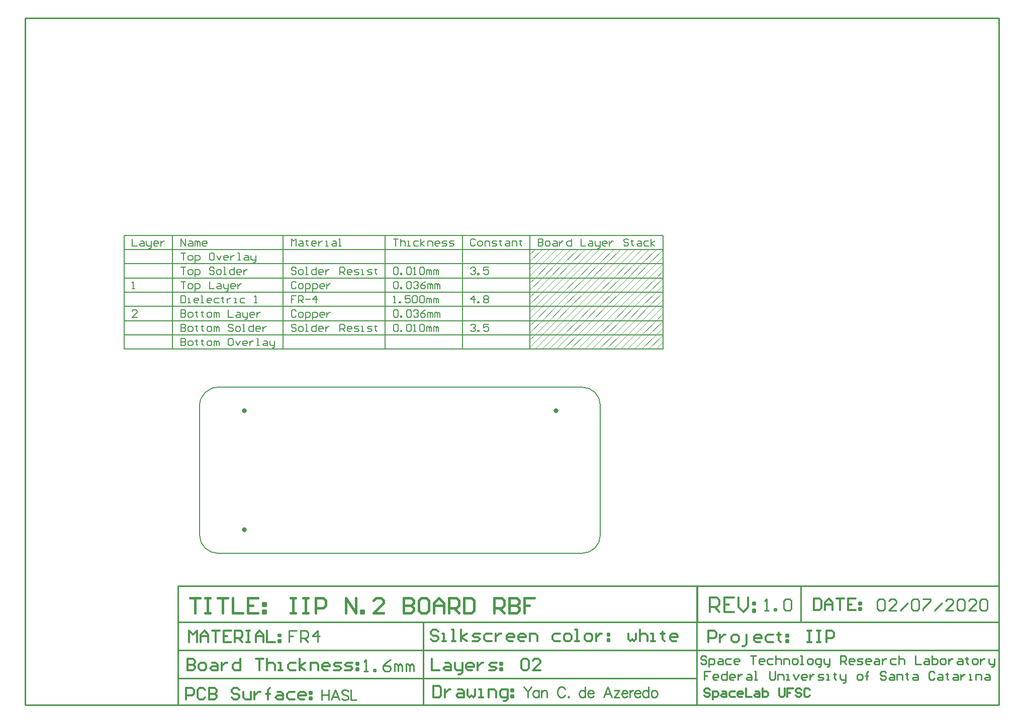
<source format=gtp>
G04*
G04 #@! TF.GenerationSoftware,Altium Limited,Altium Designer,20.2.6 (244)*
G04*
G04 Layer_Color=8421504*
%FSLAX25Y25*%
%MOIN*%
G70*
G04*
G04 #@! TF.SameCoordinates,BC087348-C804-4798-9038-869343D915B4*
G04*
G04*
G04 #@! TF.FilePolarity,Positive*
G04*
G01*
G75*
%ADD10C,0.00787*%
%ADD11C,0.01000*%
%ADD14C,0.00100*%
%ADD15C,0.01378*%
%ADD16C,0.01575*%
%ADD17C,0.01299*%
%ADD18C,0.03200*%
D10*
X0Y12067D02*
G03*
X12067Y0I12067J0D01*
G01*
X253681D02*
G03*
X265748Y12067I0J12067D01*
G01*
Y98264D02*
G03*
X253776Y110236I-11972J0D01*
G01*
X12359D02*
G03*
X0Y97877I0J-12359D01*
G01*
Y12067D02*
Y54331D01*
X12067Y0D02*
X253681D01*
X265748Y12067D02*
Y98264D01*
X12359Y110236D02*
X253776D01*
X0Y54331D02*
Y97877D01*
X-50128Y201648D02*
X307259D01*
X-50128Y211097D02*
X307259D01*
X-50128Y135506D02*
Y211097D01*
Y135506D02*
X-17851D01*
X-50128Y144955D02*
X-17851D01*
X-50128Y154404D02*
X-17851D01*
X-50128Y163853D02*
X-17851D01*
X-50128Y173302D02*
X-17851D01*
X-50128Y182751D02*
X-17851D01*
X-50128Y192199D02*
X-17851D01*
Y135506D02*
Y211097D01*
Y135506D02*
X55357D01*
X-17851Y144955D02*
X55357D01*
X-17851Y154404D02*
X55357D01*
X-17851Y163853D02*
X55357D01*
X-17851Y173302D02*
X55357D01*
X-17851Y182751D02*
X55357D01*
X-17851Y192199D02*
X55357D01*
Y135506D02*
Y211097D01*
Y135506D02*
X123055D01*
X55357Y144955D02*
X123055D01*
X55357Y154404D02*
X123055D01*
X55357Y163853D02*
X123055D01*
X55357Y173302D02*
X123055D01*
X55357Y182751D02*
X123055D01*
X55357Y192199D02*
X123055D01*
Y135506D02*
Y211097D01*
Y135506D02*
X174224D01*
X123055Y144955D02*
X174224D01*
X123055Y154404D02*
X174224D01*
X123055Y163853D02*
X174224D01*
X123055Y173302D02*
X174224D01*
X123055Y182751D02*
X174224D01*
X123055Y192199D02*
X174224D01*
Y135506D02*
Y211097D01*
Y135506D02*
X219094D01*
X174224Y144955D02*
X219094D01*
X174224Y154404D02*
X219094D01*
X174224Y163853D02*
X219094D01*
X174224Y173302D02*
X219094D01*
X174224Y182751D02*
X219094D01*
X174224Y192199D02*
X219094D01*
Y135506D02*
Y211097D01*
Y135506D02*
X307259D01*
X219094Y144955D02*
X307259D01*
X219094Y154404D02*
X307259D01*
X219094Y163853D02*
X307259D01*
X219094Y173302D02*
X307259D01*
X219094Y182751D02*
X307259D01*
X219094Y192199D02*
X307259D01*
Y135506D02*
Y211097D01*
X-44616Y208733D02*
Y204010D01*
X-41467D01*
X-39106Y207159D02*
X-37531D01*
X-36744Y206372D01*
Y204010D01*
X-39106D01*
X-39893Y204798D01*
X-39106Y205585D01*
X-36744D01*
X-35170Y207159D02*
Y204798D01*
X-34383Y204010D01*
X-32021D01*
Y203223D01*
X-32809Y202436D01*
X-33596D01*
X-32021Y204010D02*
Y207159D01*
X-28086Y204010D02*
X-29660D01*
X-30447Y204798D01*
Y206372D01*
X-29660Y207159D01*
X-28086D01*
X-27299Y206372D01*
Y205585D01*
X-30447D01*
X-25724Y207159D02*
Y204010D01*
Y205585D01*
X-24937Y206372D01*
X-24150Y207159D01*
X-23363D01*
X-41467Y156766D02*
X-44616D01*
X-41467Y159915D01*
Y160702D01*
X-42254Y161489D01*
X-43829D01*
X-44616Y160702D01*
Y175664D02*
X-43041D01*
X-43829D01*
Y180387D01*
X-44616Y179600D01*
X-12339Y204010D02*
Y208733D01*
X-9191Y204010D01*
Y208733D01*
X-6829Y207159D02*
X-5255D01*
X-4468Y206372D01*
Y204010D01*
X-6829D01*
X-7616Y204798D01*
X-6829Y205585D01*
X-4468D01*
X-2893Y204010D02*
Y207159D01*
X-2106D01*
X-1319Y206372D01*
Y204010D01*
Y206372D01*
X-532Y207159D01*
X255Y206372D01*
Y204010D01*
X4191D02*
X2617D01*
X1829Y204798D01*
Y206372D01*
X2617Y207159D01*
X4191D01*
X4978Y206372D01*
Y205585D01*
X1829D01*
X-12339Y142592D02*
Y137869D01*
X-9978D01*
X-9191Y138656D01*
Y139443D01*
X-9978Y140230D01*
X-12339D01*
X-9978D01*
X-9191Y141017D01*
Y141805D01*
X-9978Y142592D01*
X-12339D01*
X-6829Y137869D02*
X-5255D01*
X-4468Y138656D01*
Y140230D01*
X-5255Y141017D01*
X-6829D01*
X-7616Y140230D01*
Y138656D01*
X-6829Y137869D01*
X-2106Y141805D02*
Y141017D01*
X-2893D01*
X-1319D01*
X-2106D01*
Y138656D01*
X-1319Y137869D01*
X1829Y141805D02*
Y141017D01*
X1042D01*
X2617D01*
X1829D01*
Y138656D01*
X2617Y137869D01*
X5765D02*
X7339D01*
X8127Y138656D01*
Y140230D01*
X7339Y141017D01*
X5765D01*
X4978Y140230D01*
Y138656D01*
X5765Y137869D01*
X9701D02*
Y141017D01*
X10488D01*
X11275Y140230D01*
Y137869D01*
Y140230D01*
X12062Y141017D01*
X12849Y140230D01*
Y137869D01*
X21508Y142592D02*
X19934D01*
X19147Y141805D01*
Y138656D01*
X19934Y137869D01*
X21508D01*
X22295Y138656D01*
Y141805D01*
X21508Y142592D01*
X23870Y141017D02*
X25444Y137869D01*
X27018Y141017D01*
X30954Y137869D02*
X29380D01*
X28593Y138656D01*
Y140230D01*
X29380Y141017D01*
X30954D01*
X31741Y140230D01*
Y139443D01*
X28593D01*
X33315Y141017D02*
Y137869D01*
Y139443D01*
X34102Y140230D01*
X34890Y141017D01*
X35677D01*
X38038Y137869D02*
X39612D01*
X38825D01*
Y142592D01*
X38038D01*
X42761Y141017D02*
X44335D01*
X45123Y140230D01*
Y137869D01*
X42761D01*
X41974Y138656D01*
X42761Y139443D01*
X45123D01*
X46697Y141017D02*
Y138656D01*
X47484Y137869D01*
X49845D01*
Y137082D01*
X49058Y136294D01*
X48271D01*
X49845Y137869D02*
Y141017D01*
X-12339Y152040D02*
Y147318D01*
X-9978D01*
X-9191Y148105D01*
Y148892D01*
X-9978Y149679D01*
X-12339D01*
X-9978D01*
X-9191Y150466D01*
Y151253D01*
X-9978Y152040D01*
X-12339D01*
X-6829Y147318D02*
X-5255D01*
X-4468Y148105D01*
Y149679D01*
X-5255Y150466D01*
X-6829D01*
X-7616Y149679D01*
Y148105D01*
X-6829Y147318D01*
X-2106Y151253D02*
Y150466D01*
X-2893D01*
X-1319D01*
X-2106D01*
Y148105D01*
X-1319Y147318D01*
X1829Y151253D02*
Y150466D01*
X1042D01*
X2617D01*
X1829D01*
Y148105D01*
X2617Y147318D01*
X5765D02*
X7339D01*
X8127Y148105D01*
Y149679D01*
X7339Y150466D01*
X5765D01*
X4978Y149679D01*
Y148105D01*
X5765Y147318D01*
X9701D02*
Y150466D01*
X10488D01*
X11275Y149679D01*
Y147318D01*
Y149679D01*
X12062Y150466D01*
X12849Y149679D01*
Y147318D01*
X22295Y151253D02*
X21508Y152040D01*
X19934D01*
X19147Y151253D01*
Y150466D01*
X19934Y149679D01*
X21508D01*
X22295Y148892D01*
Y148105D01*
X21508Y147318D01*
X19934D01*
X19147Y148105D01*
X24657Y147318D02*
X26231D01*
X27018Y148105D01*
Y149679D01*
X26231Y150466D01*
X24657D01*
X23870Y149679D01*
Y148105D01*
X24657Y147318D01*
X28593D02*
X30167D01*
X29380D01*
Y152040D01*
X28593D01*
X35677D02*
Y147318D01*
X33315D01*
X32528Y148105D01*
Y149679D01*
X33315Y150466D01*
X35677D01*
X39612Y147318D02*
X38038D01*
X37251Y148105D01*
Y149679D01*
X38038Y150466D01*
X39612D01*
X40400Y149679D01*
Y148892D01*
X37251D01*
X41974Y150466D02*
Y147318D01*
Y148892D01*
X42761Y149679D01*
X43548Y150466D01*
X44335D01*
X-12339Y161489D02*
Y156766D01*
X-9978D01*
X-9191Y157554D01*
Y158341D01*
X-9978Y159128D01*
X-12339D01*
X-9978D01*
X-9191Y159915D01*
Y160702D01*
X-9978Y161489D01*
X-12339D01*
X-6829Y156766D02*
X-5255D01*
X-4468Y157554D01*
Y159128D01*
X-5255Y159915D01*
X-6829D01*
X-7616Y159128D01*
Y157554D01*
X-6829Y156766D01*
X-2106Y160702D02*
Y159915D01*
X-2893D01*
X-1319D01*
X-2106D01*
Y157554D01*
X-1319Y156766D01*
X1829Y160702D02*
Y159915D01*
X1042D01*
X2617D01*
X1829D01*
Y157554D01*
X2617Y156766D01*
X5765D02*
X7339D01*
X8127Y157554D01*
Y159128D01*
X7339Y159915D01*
X5765D01*
X4978Y159128D01*
Y157554D01*
X5765Y156766D01*
X9701D02*
Y159915D01*
X10488D01*
X11275Y159128D01*
Y156766D01*
Y159128D01*
X12062Y159915D01*
X12849Y159128D01*
Y156766D01*
X19147Y161489D02*
Y156766D01*
X22295D01*
X24657Y159915D02*
X26231D01*
X27018Y159128D01*
Y156766D01*
X24657D01*
X23870Y157554D01*
X24657Y158341D01*
X27018D01*
X28593Y159915D02*
Y157554D01*
X29380Y156766D01*
X31741D01*
Y155979D01*
X30954Y155192D01*
X30167D01*
X31741Y156766D02*
Y159915D01*
X35677Y156766D02*
X34102D01*
X33315Y157554D01*
Y159128D01*
X34102Y159915D01*
X35677D01*
X36464Y159128D01*
Y158341D01*
X33315D01*
X38038Y159915D02*
Y156766D01*
Y158341D01*
X38825Y159128D01*
X39612Y159915D01*
X40400D01*
X-12339Y170938D02*
Y166215D01*
X-9978D01*
X-9191Y167002D01*
Y170151D01*
X-9978Y170938D01*
X-12339D01*
X-7616Y166215D02*
X-6042D01*
X-6829D01*
Y169364D01*
X-7616D01*
X-1319Y166215D02*
X-2893D01*
X-3681Y167002D01*
Y168577D01*
X-2893Y169364D01*
X-1319D01*
X-532Y168577D01*
Y167789D01*
X-3681D01*
X1042Y166215D02*
X2617D01*
X1829D01*
Y170938D01*
X1042D01*
X7339Y166215D02*
X5765D01*
X4978Y167002D01*
Y168577D01*
X5765Y169364D01*
X7339D01*
X8127Y168577D01*
Y167789D01*
X4978D01*
X12849Y169364D02*
X10488D01*
X9701Y168577D01*
Y167002D01*
X10488Y166215D01*
X12849D01*
X15211Y170151D02*
Y169364D01*
X14424D01*
X15998D01*
X15211D01*
Y167002D01*
X15998Y166215D01*
X18360Y169364D02*
Y166215D01*
Y167789D01*
X19147Y168577D01*
X19934Y169364D01*
X20721D01*
X23083Y166215D02*
X24657D01*
X23870D01*
Y169364D01*
X23083D01*
X30167D02*
X27805D01*
X27018Y168577D01*
Y167002D01*
X27805Y166215D01*
X30167D01*
X36464D02*
X38038D01*
X37251D01*
Y170938D01*
X36464Y170151D01*
X-12339Y180387D02*
X-9191D01*
X-10765D01*
Y175664D01*
X-6829D02*
X-5255D01*
X-4468Y176451D01*
Y178025D01*
X-5255Y178813D01*
X-6829D01*
X-7616Y178025D01*
Y176451D01*
X-6829Y175664D01*
X-2893Y174090D02*
Y178813D01*
X-532D01*
X255Y178025D01*
Y176451D01*
X-532Y175664D01*
X-2893D01*
X6552Y180387D02*
Y175664D01*
X9701D01*
X12062Y178813D02*
X13637D01*
X14424Y178025D01*
Y175664D01*
X12062D01*
X11275Y176451D01*
X12062Y177238D01*
X14424D01*
X15998Y178813D02*
Y176451D01*
X16785Y175664D01*
X19147D01*
Y174877D01*
X18360Y174090D01*
X17572D01*
X19147Y175664D02*
Y178813D01*
X23082Y175664D02*
X21508D01*
X20721Y176451D01*
Y178025D01*
X21508Y178813D01*
X23082D01*
X23870Y178025D01*
Y177238D01*
X20721D01*
X25444Y178813D02*
Y175664D01*
Y177238D01*
X26231Y178025D01*
X27018Y178813D01*
X27805D01*
X-12339Y189836D02*
X-9191D01*
X-10765D01*
Y185113D01*
X-6829D02*
X-5255D01*
X-4468Y185900D01*
Y187474D01*
X-5255Y188261D01*
X-6829D01*
X-7616Y187474D01*
Y185900D01*
X-6829Y185113D01*
X-2893Y183538D02*
Y188261D01*
X-532D01*
X255Y187474D01*
Y185900D01*
X-532Y185113D01*
X-2893D01*
X9701Y189049D02*
X8914Y189836D01*
X7339D01*
X6552Y189049D01*
Y188261D01*
X7339Y187474D01*
X8914D01*
X9701Y186687D01*
Y185900D01*
X8914Y185113D01*
X7339D01*
X6552Y185900D01*
X12062Y185113D02*
X13637D01*
X14424Y185900D01*
Y187474D01*
X13637Y188261D01*
X12062D01*
X11275Y187474D01*
Y185900D01*
X12062Y185113D01*
X15998D02*
X17572D01*
X16785D01*
Y189836D01*
X15998D01*
X23083D02*
Y185113D01*
X20721D01*
X19934Y185900D01*
Y187474D01*
X20721Y188261D01*
X23083D01*
X27018Y185113D02*
X25444D01*
X24657Y185900D01*
Y187474D01*
X25444Y188261D01*
X27018D01*
X27805Y187474D01*
Y186687D01*
X24657D01*
X29380Y188261D02*
Y185113D01*
Y186687D01*
X30167Y187474D01*
X30954Y188261D01*
X31741D01*
X-12339Y199285D02*
X-9191D01*
X-10765D01*
Y194562D01*
X-6829D02*
X-5255D01*
X-4468Y195349D01*
Y196923D01*
X-5255Y197710D01*
X-6829D01*
X-7616Y196923D01*
Y195349D01*
X-6829Y194562D01*
X-2893Y192987D02*
Y197710D01*
X-532D01*
X255Y196923D01*
Y195349D01*
X-532Y194562D01*
X-2893D01*
X8914Y199285D02*
X7339D01*
X6552Y198497D01*
Y195349D01*
X7339Y194562D01*
X8914D01*
X9701Y195349D01*
Y198497D01*
X8914Y199285D01*
X11275Y197710D02*
X12849Y194562D01*
X14424Y197710D01*
X18360Y194562D02*
X16785D01*
X15998Y195349D01*
Y196923D01*
X16785Y197710D01*
X18360D01*
X19147Y196923D01*
Y196136D01*
X15998D01*
X20721Y197710D02*
Y194562D01*
Y196136D01*
X21508Y196923D01*
X22295Y197710D01*
X23082D01*
X25444Y194562D02*
X27018D01*
X26231D01*
Y199285D01*
X25444D01*
X30167Y197710D02*
X31741D01*
X32528Y196923D01*
Y194562D01*
X30167D01*
X29380Y195349D01*
X30167Y196136D01*
X32528D01*
X34102Y197710D02*
Y195349D01*
X34890Y194562D01*
X37251D01*
Y193774D01*
X36464Y192987D01*
X35677D01*
X37251Y194562D02*
Y197710D01*
X60869Y204010D02*
Y208733D01*
X62443Y207159D01*
X64018Y208733D01*
Y204010D01*
X66379Y207159D02*
X67953D01*
X68740Y206372D01*
Y204010D01*
X66379D01*
X65592Y204798D01*
X66379Y205585D01*
X68740D01*
X71102Y207946D02*
Y207159D01*
X70315D01*
X71889D01*
X71102D01*
Y204798D01*
X71889Y204010D01*
X76612D02*
X75038D01*
X74251Y204798D01*
Y206372D01*
X75038Y207159D01*
X76612D01*
X77399Y206372D01*
Y205585D01*
X74251D01*
X78974Y207159D02*
Y204010D01*
Y205585D01*
X79761Y206372D01*
X80548Y207159D01*
X81335D01*
X83696Y204010D02*
X85271D01*
X84483D01*
Y207159D01*
X83696D01*
X88419D02*
X89994D01*
X90781Y206372D01*
Y204010D01*
X88419D01*
X87632Y204798D01*
X88419Y205585D01*
X90781D01*
X92355Y204010D02*
X93929D01*
X93142D01*
Y208733D01*
X92355D01*
X64018Y151253D02*
X63231Y152040D01*
X61656D01*
X60869Y151253D01*
Y150466D01*
X61656Y149679D01*
X63231D01*
X64018Y148892D01*
Y148105D01*
X63231Y147318D01*
X61656D01*
X60869Y148105D01*
X66379Y147318D02*
X67953D01*
X68740Y148105D01*
Y149679D01*
X67953Y150466D01*
X66379D01*
X65592Y149679D01*
Y148105D01*
X66379Y147318D01*
X70315D02*
X71889D01*
X71102D01*
Y152040D01*
X70315D01*
X77399D02*
Y147318D01*
X75038D01*
X74251Y148105D01*
Y149679D01*
X75038Y150466D01*
X77399D01*
X81335Y147318D02*
X79761D01*
X78974Y148105D01*
Y149679D01*
X79761Y150466D01*
X81335D01*
X82122Y149679D01*
Y148892D01*
X78974D01*
X83696Y150466D02*
Y147318D01*
Y148892D01*
X84483Y149679D01*
X85271Y150466D01*
X86058D01*
X93142Y147318D02*
Y152040D01*
X95503D01*
X96291Y151253D01*
Y149679D01*
X95503Y148892D01*
X93142D01*
X94716D02*
X96291Y147318D01*
X100226D02*
X98652D01*
X97865Y148105D01*
Y149679D01*
X98652Y150466D01*
X100226D01*
X101014Y149679D01*
Y148892D01*
X97865D01*
X102588Y147318D02*
X104949D01*
X105736Y148105D01*
X104949Y148892D01*
X103375D01*
X102588Y149679D01*
X103375Y150466D01*
X105736D01*
X107311Y147318D02*
X108885D01*
X108098D01*
Y150466D01*
X107311D01*
X111247Y147318D02*
X113608D01*
X114395Y148105D01*
X113608Y148892D01*
X112034D01*
X111247Y149679D01*
X112034Y150466D01*
X114395D01*
X116756Y151253D02*
Y150466D01*
X115969D01*
X117544D01*
X116756D01*
Y148105D01*
X117544Y147318D01*
X64018Y160702D02*
X63231Y161489D01*
X61656D01*
X60869Y160702D01*
Y157554D01*
X61656Y156766D01*
X63231D01*
X64018Y157554D01*
X66379Y156766D02*
X67953D01*
X68740Y157554D01*
Y159128D01*
X67953Y159915D01*
X66379D01*
X65592Y159128D01*
Y157554D01*
X66379Y156766D01*
X70315Y155192D02*
Y159915D01*
X72676D01*
X73463Y159128D01*
Y157554D01*
X72676Y156766D01*
X70315D01*
X75038Y155192D02*
Y159915D01*
X77399D01*
X78186Y159128D01*
Y157554D01*
X77399Y156766D01*
X75038D01*
X82122D02*
X80548D01*
X79761Y157554D01*
Y159128D01*
X80548Y159915D01*
X82122D01*
X82909Y159128D01*
Y158341D01*
X79761D01*
X84483Y159915D02*
Y156766D01*
Y158341D01*
X85271Y159128D01*
X86058Y159915D01*
X86845D01*
X64018Y170938D02*
X60869D01*
Y168577D01*
X62443D01*
X60869D01*
Y166215D01*
X65592D02*
Y170938D01*
X67953D01*
X68740Y170151D01*
Y168577D01*
X67953Y167789D01*
X65592D01*
X67166D02*
X68740Y166215D01*
X70315Y168577D02*
X73463D01*
X77399Y166215D02*
Y170938D01*
X75038Y168577D01*
X78186D01*
X64018Y179600D02*
X63231Y180387D01*
X61656D01*
X60869Y179600D01*
Y176451D01*
X61656Y175664D01*
X63231D01*
X64018Y176451D01*
X66379Y175664D02*
X67953D01*
X68740Y176451D01*
Y178025D01*
X67953Y178813D01*
X66379D01*
X65592Y178025D01*
Y176451D01*
X66379Y175664D01*
X70315Y174090D02*
Y178813D01*
X72676D01*
X73463Y178025D01*
Y176451D01*
X72676Y175664D01*
X70315D01*
X75038Y174090D02*
Y178813D01*
X77399D01*
X78186Y178025D01*
Y176451D01*
X77399Y175664D01*
X75038D01*
X82122D02*
X80548D01*
X79761Y176451D01*
Y178025D01*
X80548Y178813D01*
X82122D01*
X82909Y178025D01*
Y177238D01*
X79761D01*
X84483Y178813D02*
Y175664D01*
Y177238D01*
X85271Y178025D01*
X86058Y178813D01*
X86845D01*
X64018Y189049D02*
X63231Y189836D01*
X61656D01*
X60869Y189049D01*
Y188261D01*
X61656Y187474D01*
X63231D01*
X64018Y186687D01*
Y185900D01*
X63231Y185113D01*
X61656D01*
X60869Y185900D01*
X66379Y185113D02*
X67953D01*
X68740Y185900D01*
Y187474D01*
X67953Y188261D01*
X66379D01*
X65592Y187474D01*
Y185900D01*
X66379Y185113D01*
X70315D02*
X71889D01*
X71102D01*
Y189836D01*
X70315D01*
X77399D02*
Y185113D01*
X75038D01*
X74251Y185900D01*
Y187474D01*
X75038Y188261D01*
X77399D01*
X81335Y185113D02*
X79761D01*
X78974Y185900D01*
Y187474D01*
X79761Y188261D01*
X81335D01*
X82122Y187474D01*
Y186687D01*
X78974D01*
X83696Y188261D02*
Y185113D01*
Y186687D01*
X84483Y187474D01*
X85271Y188261D01*
X86058D01*
X93142Y185113D02*
Y189836D01*
X95503D01*
X96291Y189049D01*
Y187474D01*
X95503Y186687D01*
X93142D01*
X94716D02*
X96291Y185113D01*
X100226D02*
X98652D01*
X97865Y185900D01*
Y187474D01*
X98652Y188261D01*
X100226D01*
X101014Y187474D01*
Y186687D01*
X97865D01*
X102588Y185113D02*
X104949D01*
X105736Y185900D01*
X104949Y186687D01*
X103375D01*
X102588Y187474D01*
X103375Y188261D01*
X105736D01*
X107311Y185113D02*
X108885D01*
X108098D01*
Y188261D01*
X107311D01*
X111247Y185113D02*
X113608D01*
X114395Y185900D01*
X113608Y186687D01*
X112034D01*
X111247Y187474D01*
X112034Y188261D01*
X114395D01*
X116756Y189049D02*
Y188261D01*
X115969D01*
X117544D01*
X116756D01*
Y185900D01*
X117544Y185113D01*
X128567Y208733D02*
X131716D01*
X130142D01*
Y204010D01*
X133290Y208733D02*
Y204010D01*
Y206372D01*
X134077Y207159D01*
X135652D01*
X136439Y206372D01*
Y204010D01*
X138013D02*
X139587D01*
X138800D01*
Y207159D01*
X138013D01*
X145097D02*
X142736D01*
X141949Y206372D01*
Y204798D01*
X142736Y204010D01*
X145097D01*
X146672D02*
Y208733D01*
Y205585D02*
X149033Y207159D01*
X146672Y205585D02*
X149033Y204010D01*
X151394D02*
Y207159D01*
X153756D01*
X154543Y206372D01*
Y204010D01*
X158479D02*
X156904D01*
X156117Y204798D01*
Y206372D01*
X156904Y207159D01*
X158479D01*
X159266Y206372D01*
Y205585D01*
X156117D01*
X160840Y204010D02*
X163202D01*
X163989Y204798D01*
X163202Y205585D01*
X161627D01*
X160840Y206372D01*
X161627Y207159D01*
X163989D01*
X165563Y204010D02*
X167925D01*
X168712Y204798D01*
X167925Y205585D01*
X166350D01*
X165563Y206372D01*
X166350Y207159D01*
X168712D01*
X128567Y151253D02*
X129354Y152040D01*
X130929D01*
X131716Y151253D01*
Y148105D01*
X130929Y147318D01*
X129354D01*
X128567Y148105D01*
Y151253D01*
X133290Y147318D02*
Y148105D01*
X134077D01*
Y147318D01*
X133290D01*
X137226Y151253D02*
X138013Y152040D01*
X139587D01*
X140375Y151253D01*
Y148105D01*
X139587Y147318D01*
X138013D01*
X137226Y148105D01*
Y151253D01*
X141949Y147318D02*
X143523D01*
X142736D01*
Y152040D01*
X141949Y151253D01*
X145885D02*
X146672Y152040D01*
X148246D01*
X149033Y151253D01*
Y148105D01*
X148246Y147318D01*
X146672D01*
X145885Y148105D01*
Y151253D01*
X150607Y147318D02*
Y150466D01*
X151394D01*
X152182Y149679D01*
Y147318D01*
Y149679D01*
X152969Y150466D01*
X153756Y149679D01*
Y147318D01*
X155330D02*
Y150466D01*
X156117D01*
X156904Y149679D01*
Y147318D01*
Y149679D01*
X157692Y150466D01*
X158479Y149679D01*
Y147318D01*
X128567Y160702D02*
X129354Y161489D01*
X130929D01*
X131716Y160702D01*
Y157554D01*
X130929Y156766D01*
X129354D01*
X128567Y157554D01*
Y160702D01*
X133290Y156766D02*
Y157554D01*
X134077D01*
Y156766D01*
X133290D01*
X137226Y160702D02*
X138013Y161489D01*
X139587D01*
X140375Y160702D01*
Y157554D01*
X139587Y156766D01*
X138013D01*
X137226Y157554D01*
Y160702D01*
X141949D02*
X142736Y161489D01*
X144310D01*
X145097Y160702D01*
Y159915D01*
X144310Y159128D01*
X143523D01*
X144310D01*
X145097Y158341D01*
Y157554D01*
X144310Y156766D01*
X142736D01*
X141949Y157554D01*
X149820Y161489D02*
X148246Y160702D01*
X146672Y159128D01*
Y157554D01*
X147459Y156766D01*
X149033D01*
X149820Y157554D01*
Y158341D01*
X149033Y159128D01*
X146672D01*
X151394Y156766D02*
Y159915D01*
X152182D01*
X152969Y159128D01*
Y156766D01*
Y159128D01*
X153756Y159915D01*
X154543Y159128D01*
Y156766D01*
X156117D02*
Y159915D01*
X156904D01*
X157692Y159128D01*
Y156766D01*
Y159128D01*
X158479Y159915D01*
X159266Y159128D01*
Y156766D01*
X128567Y166215D02*
X130142D01*
X129354D01*
Y170938D01*
X128567Y170151D01*
X132503Y166215D02*
Y167002D01*
X133290D01*
Y166215D01*
X132503D01*
X139587Y170938D02*
X136439D01*
Y168577D01*
X138013Y169364D01*
X138800D01*
X139587Y168577D01*
Y167002D01*
X138800Y166215D01*
X137226D01*
X136439Y167002D01*
X141162Y170151D02*
X141949Y170938D01*
X143523D01*
X144310Y170151D01*
Y167002D01*
X143523Y166215D01*
X141949D01*
X141162Y167002D01*
Y170151D01*
X145885D02*
X146672Y170938D01*
X148246D01*
X149033Y170151D01*
Y167002D01*
X148246Y166215D01*
X146672D01*
X145885Y167002D01*
Y170151D01*
X150607Y166215D02*
Y169364D01*
X151394D01*
X152182Y168577D01*
Y166215D01*
Y168577D01*
X152969Y169364D01*
X153756Y168577D01*
Y166215D01*
X155330D02*
Y169364D01*
X156117D01*
X156904Y168577D01*
Y166215D01*
Y168577D01*
X157692Y169364D01*
X158479Y168577D01*
Y166215D01*
X128567Y179600D02*
X129354Y180387D01*
X130929D01*
X131716Y179600D01*
Y176451D01*
X130929Y175664D01*
X129354D01*
X128567Y176451D01*
Y179600D01*
X133290Y175664D02*
Y176451D01*
X134077D01*
Y175664D01*
X133290D01*
X137226Y179600D02*
X138013Y180387D01*
X139587D01*
X140375Y179600D01*
Y176451D01*
X139587Y175664D01*
X138013D01*
X137226Y176451D01*
Y179600D01*
X141949D02*
X142736Y180387D01*
X144310D01*
X145097Y179600D01*
Y178813D01*
X144310Y178025D01*
X143523D01*
X144310D01*
X145097Y177238D01*
Y176451D01*
X144310Y175664D01*
X142736D01*
X141949Y176451D01*
X149820Y180387D02*
X148246Y179600D01*
X146672Y178025D01*
Y176451D01*
X147459Y175664D01*
X149033D01*
X149820Y176451D01*
Y177238D01*
X149033Y178025D01*
X146672D01*
X151394Y175664D02*
Y178813D01*
X152182D01*
X152969Y178025D01*
Y175664D01*
Y178025D01*
X153756Y178813D01*
X154543Y178025D01*
Y175664D01*
X156117D02*
Y178813D01*
X156904D01*
X157692Y178025D01*
Y175664D01*
Y178025D01*
X158479Y178813D01*
X159266Y178025D01*
Y175664D01*
X128567Y189049D02*
X129354Y189836D01*
X130929D01*
X131716Y189049D01*
Y185900D01*
X130929Y185113D01*
X129354D01*
X128567Y185900D01*
Y189049D01*
X133290Y185113D02*
Y185900D01*
X134077D01*
Y185113D01*
X133290D01*
X137226Y189049D02*
X138013Y189836D01*
X139587D01*
X140375Y189049D01*
Y185900D01*
X139587Y185113D01*
X138013D01*
X137226Y185900D01*
Y189049D01*
X141949Y185113D02*
X143523D01*
X142736D01*
Y189836D01*
X141949Y189049D01*
X145885D02*
X146672Y189836D01*
X148246D01*
X149033Y189049D01*
Y185900D01*
X148246Y185113D01*
X146672D01*
X145885Y185900D01*
Y189049D01*
X150607Y185113D02*
Y188261D01*
X151394D01*
X152182Y187474D01*
Y185113D01*
Y187474D01*
X152969Y188261D01*
X153756Y187474D01*
Y185113D01*
X155330D02*
Y188261D01*
X156117D01*
X156904Y187474D01*
Y185113D01*
Y187474D01*
X157692Y188261D01*
X158479Y187474D01*
Y185113D01*
X182884Y207946D02*
X182097Y208733D01*
X180523D01*
X179735Y207946D01*
Y204798D01*
X180523Y204010D01*
X182097D01*
X182884Y204798D01*
X185245Y204010D02*
X186820D01*
X187607Y204798D01*
Y206372D01*
X186820Y207159D01*
X185245D01*
X184458Y206372D01*
Y204798D01*
X185245Y204010D01*
X189181D02*
Y207159D01*
X191543D01*
X192330Y206372D01*
Y204010D01*
X193904D02*
X196265D01*
X197053Y204798D01*
X196265Y205585D01*
X194691D01*
X193904Y206372D01*
X194691Y207159D01*
X197053D01*
X199414Y207946D02*
Y207159D01*
X198627D01*
X200201D01*
X199414D01*
Y204798D01*
X200201Y204010D01*
X203350Y207159D02*
X204924D01*
X205711Y206372D01*
Y204010D01*
X203350D01*
X202563Y204798D01*
X203350Y205585D01*
X205711D01*
X207285Y204010D02*
Y207159D01*
X209647D01*
X210434Y206372D01*
Y204010D01*
X212795Y207946D02*
Y207159D01*
X212008D01*
X213583D01*
X212795D01*
Y204798D01*
X213583Y204010D01*
X179735Y151253D02*
X180523Y152040D01*
X182097D01*
X182884Y151253D01*
Y150466D01*
X182097Y149679D01*
X181310D01*
X182097D01*
X182884Y148892D01*
Y148105D01*
X182097Y147318D01*
X180523D01*
X179735Y148105D01*
X184458Y147318D02*
Y148105D01*
X185245D01*
Y147318D01*
X184458D01*
X191543Y152040D02*
X188394D01*
Y149679D01*
X189968Y150466D01*
X190755D01*
X191543Y149679D01*
Y148105D01*
X190755Y147318D01*
X189181D01*
X188394Y148105D01*
X182097Y166215D02*
Y170938D01*
X179735Y168577D01*
X182884D01*
X184458Y166215D02*
Y167002D01*
X185245D01*
Y166215D01*
X184458D01*
X188394Y170151D02*
X189181Y170938D01*
X190755D01*
X191543Y170151D01*
Y169364D01*
X190755Y168577D01*
X191543Y167789D01*
Y167002D01*
X190755Y166215D01*
X189181D01*
X188394Y167002D01*
Y167789D01*
X189181Y168577D01*
X188394Y169364D01*
Y170151D01*
X189181Y168577D02*
X190755D01*
X179735Y189049D02*
X180523Y189836D01*
X182097D01*
X182884Y189049D01*
Y188261D01*
X182097Y187474D01*
X181310D01*
X182097D01*
X182884Y186687D01*
Y185900D01*
X182097Y185113D01*
X180523D01*
X179735Y185900D01*
X184458Y185113D02*
Y185900D01*
X185245D01*
Y185113D01*
X184458D01*
X191543Y189836D02*
X188394D01*
Y187474D01*
X189968Y188261D01*
X190755D01*
X191543Y187474D01*
Y185900D01*
X190755Y185113D01*
X189181D01*
X188394Y185900D01*
X224606Y208733D02*
Y204010D01*
X226968D01*
X227755Y204798D01*
Y205585D01*
X226968Y206372D01*
X224606D01*
X226968D01*
X227755Y207159D01*
Y207946D01*
X226968Y208733D01*
X224606D01*
X230116Y204010D02*
X231691D01*
X232478Y204798D01*
Y206372D01*
X231691Y207159D01*
X230116D01*
X229329Y206372D01*
Y204798D01*
X230116Y204010D01*
X234839Y207159D02*
X236414D01*
X237201Y206372D01*
Y204010D01*
X234839D01*
X234052Y204798D01*
X234839Y205585D01*
X237201D01*
X238775Y207159D02*
Y204010D01*
Y205585D01*
X239562Y206372D01*
X240349Y207159D01*
X241136D01*
X246646Y208733D02*
Y204010D01*
X244285D01*
X243498Y204798D01*
Y206372D01*
X244285Y207159D01*
X246646D01*
X252944Y208733D02*
Y204010D01*
X256092D01*
X258454Y207159D02*
X260028D01*
X260815Y206372D01*
Y204010D01*
X258454D01*
X257666Y204798D01*
X258454Y205585D01*
X260815D01*
X262389Y207159D02*
Y204798D01*
X263176Y204010D01*
X265538D01*
Y203223D01*
X264751Y202436D01*
X263964D01*
X265538Y204010D02*
Y207159D01*
X269474Y204010D02*
X267899D01*
X267112Y204798D01*
Y206372D01*
X267899Y207159D01*
X269474D01*
X270261Y206372D01*
Y205585D01*
X267112D01*
X271835Y207159D02*
Y204010D01*
Y205585D01*
X272622Y206372D01*
X273409Y207159D01*
X274197D01*
X284429Y207946D02*
X283642Y208733D01*
X282068D01*
X281281Y207946D01*
Y207159D01*
X282068Y206372D01*
X283642D01*
X284429Y205585D01*
Y204798D01*
X283642Y204010D01*
X282068D01*
X281281Y204798D01*
X286791Y207946D02*
Y207159D01*
X286004D01*
X287578D01*
X286791D01*
Y204798D01*
X287578Y204010D01*
X290727Y207159D02*
X292301D01*
X293088Y206372D01*
Y204010D01*
X290727D01*
X289939Y204798D01*
X290727Y205585D01*
X293088D01*
X297811Y207159D02*
X295449D01*
X294662Y206372D01*
Y204798D01*
X295449Y204010D01*
X297811D01*
X299385D02*
Y208733D01*
Y205585D02*
X301747Y207159D01*
X299385Y205585D02*
X301747Y204010D01*
D11*
X-115650Y-100787D02*
X530020D01*
X-14469D02*
Y-21606D01*
X148463Y-100492D02*
Y-45565D01*
X-14173Y-83065D02*
X329429Y-83065D01*
X329713Y-100394D02*
Y-21803D01*
X-14173Y-64315D02*
X529713Y-64315D01*
X-13976Y-45565D02*
X529290Y-45565D01*
X-14469Y-21606D02*
X529713D01*
X-115650Y355264D02*
X530020D01*
X-115650Y-100787D02*
Y355264D01*
X530020Y-100433D02*
Y355264D01*
X329921Y-45228D02*
Y-21606D01*
X398709Y-45171D02*
Y-21555D01*
X81004Y-90728D02*
Y-97539D01*
X85545Y-90728D02*
Y-97539D01*
X81004Y-93972D02*
X85545D01*
X92615Y-97539D02*
X90021Y-90728D01*
X87426Y-97539D01*
X88399Y-95269D02*
X91642D01*
X98745Y-91701D02*
X98096Y-91053D01*
X97123Y-90728D01*
X95826D01*
X94853Y-91053D01*
X94204Y-91701D01*
Y-92350D01*
X94529Y-92999D01*
X94853Y-93323D01*
X95502Y-93647D01*
X97448Y-94296D01*
X98096Y-94620D01*
X98421Y-94945D01*
X98745Y-95593D01*
Y-96566D01*
X98096Y-97215D01*
X97123Y-97539D01*
X95826D01*
X94853Y-97215D01*
X94204Y-96566D01*
X100269Y-90728D02*
Y-97539D01*
X104162D01*
X214961Y-88760D02*
X217555Y-92003D01*
Y-95571D01*
X220150Y-88760D02*
X217555Y-92003D01*
X224918Y-91030D02*
Y-95571D01*
Y-92003D02*
X224269Y-91355D01*
X223620Y-91030D01*
X222647D01*
X221999Y-91355D01*
X221350Y-92003D01*
X221026Y-92976D01*
Y-93625D01*
X221350Y-94598D01*
X221999Y-95246D01*
X222647Y-95571D01*
X223620D01*
X224269Y-95246D01*
X224918Y-94598D01*
X226734Y-91030D02*
Y-95571D01*
Y-92327D02*
X227707Y-91355D01*
X228356Y-91030D01*
X229329D01*
X229977Y-91355D01*
X230302Y-92327D01*
Y-95571D01*
X242302Y-90381D02*
X241978Y-89733D01*
X241329Y-89084D01*
X240680Y-88760D01*
X239383D01*
X238734Y-89084D01*
X238086Y-89733D01*
X237761Y-90381D01*
X237437Y-91355D01*
Y-92976D01*
X237761Y-93949D01*
X238086Y-94598D01*
X238734Y-95246D01*
X239383Y-95571D01*
X240680D01*
X241329Y-95246D01*
X241978Y-94598D01*
X242302Y-93949D01*
X244540Y-94922D02*
X244216Y-95246D01*
X244540Y-95571D01*
X244864Y-95246D01*
X244540Y-94922D01*
X255600Y-88760D02*
Y-95571D01*
Y-92003D02*
X254951Y-91355D01*
X254303Y-91030D01*
X253329D01*
X252681Y-91355D01*
X252032Y-92003D01*
X251708Y-92976D01*
Y-93625D01*
X252032Y-94598D01*
X252681Y-95246D01*
X253329Y-95571D01*
X254303D01*
X254951Y-95246D01*
X255600Y-94598D01*
X257416Y-92976D02*
X261308D01*
Y-92327D01*
X260984Y-91679D01*
X260660Y-91355D01*
X260011Y-91030D01*
X259038D01*
X258389Y-91355D01*
X257740Y-92003D01*
X257416Y-92976D01*
Y-93625D01*
X257740Y-94598D01*
X258389Y-95246D01*
X259038Y-95571D01*
X260011D01*
X260660Y-95246D01*
X261308Y-94598D01*
X273308Y-95571D02*
X270714Y-88760D01*
X268119Y-95571D01*
X269092Y-93300D02*
X272336D01*
X278466Y-91030D02*
X274898Y-95571D01*
Y-91030D02*
X278466D01*
X274898Y-95571D02*
X278466D01*
X279892Y-92976D02*
X283785D01*
Y-92327D01*
X283460Y-91679D01*
X283136Y-91355D01*
X282487Y-91030D01*
X281514D01*
X280866Y-91355D01*
X280217Y-92003D01*
X279892Y-92976D01*
Y-93625D01*
X280217Y-94598D01*
X280866Y-95246D01*
X281514Y-95571D01*
X282487D01*
X283136Y-95246D01*
X283785Y-94598D01*
X285244Y-91030D02*
Y-95571D01*
Y-92976D02*
X285568Y-92003D01*
X286217Y-91355D01*
X286866Y-91030D01*
X287839D01*
X288455Y-92976D02*
X292347D01*
Y-92327D01*
X292023Y-91679D01*
X291698Y-91355D01*
X291050Y-91030D01*
X290077D01*
X289428Y-91355D01*
X288779Y-92003D01*
X288455Y-92976D01*
Y-93625D01*
X288779Y-94598D01*
X289428Y-95246D01*
X290077Y-95571D01*
X291050D01*
X291698Y-95246D01*
X292347Y-94598D01*
X297698Y-88760D02*
Y-95571D01*
Y-92003D02*
X297050Y-91355D01*
X296401Y-91030D01*
X295428D01*
X294779Y-91355D01*
X294131Y-92003D01*
X293807Y-92976D01*
Y-93625D01*
X294131Y-94598D01*
X294779Y-95246D01*
X295428Y-95571D01*
X296401D01*
X297050Y-95246D01*
X297698Y-94598D01*
X301136Y-91030D02*
X300488Y-91355D01*
X299839Y-92003D01*
X299515Y-92976D01*
Y-93625D01*
X299839Y-94598D01*
X300488Y-95246D01*
X301136Y-95571D01*
X302110D01*
X302758Y-95246D01*
X303407Y-94598D01*
X303731Y-93625D01*
Y-92976D01*
X303407Y-92003D01*
X302758Y-91355D01*
X302110Y-91030D01*
X301136D01*
X109153Y-78347D02*
X111674D01*
X110414D01*
Y-70786D01*
X109153Y-72046D01*
X115454Y-78347D02*
Y-77087D01*
X116714D01*
Y-78347D01*
X115454D01*
X126794Y-70786D02*
X124274Y-72046D01*
X121754Y-74566D01*
Y-77087D01*
X123014Y-78347D01*
X125534D01*
X126794Y-77087D01*
Y-75826D01*
X125534Y-74566D01*
X121754D01*
X129314Y-78347D02*
Y-73306D01*
X130574D01*
X131834Y-74566D01*
Y-78347D01*
Y-74566D01*
X133094Y-73306D01*
X134354Y-74566D01*
Y-78347D01*
X136874D02*
Y-73306D01*
X138134D01*
X139394Y-74566D01*
Y-78347D01*
Y-74566D01*
X140654Y-73306D01*
X141914Y-74566D01*
Y-78347D01*
X64458Y-51390D02*
X59418D01*
Y-55170D01*
X61938D01*
X59418D01*
Y-58950D01*
X66978D02*
Y-51390D01*
X70758D01*
X72018Y-52650D01*
Y-55170D01*
X70758Y-56430D01*
X66978D01*
X69498D02*
X72018Y-58950D01*
X78318D02*
Y-51390D01*
X74538Y-55170D01*
X79578D01*
X374803Y-37992D02*
X377323D01*
X376063D01*
Y-30432D01*
X374803Y-31692D01*
X381103Y-37992D02*
Y-36732D01*
X382363D01*
Y-37992D01*
X381103D01*
X387403Y-31692D02*
X388663Y-30432D01*
X391183D01*
X392443Y-31692D01*
Y-36732D01*
X391183Y-37992D01*
X388663D01*
X387403Y-36732D01*
Y-31692D01*
X449409D02*
X450669Y-30432D01*
X453190D01*
X454450Y-31692D01*
Y-36732D01*
X453190Y-37992D01*
X450669D01*
X449409Y-36732D01*
Y-31692D01*
X462010Y-37992D02*
X456969D01*
X462010Y-32952D01*
Y-31692D01*
X460749Y-30432D01*
X458229D01*
X456969Y-31692D01*
X464530Y-37992D02*
X469570Y-32952D01*
X472090Y-31692D02*
X473350Y-30432D01*
X475870D01*
X477130Y-31692D01*
Y-36732D01*
X475870Y-37992D01*
X473350D01*
X472090Y-36732D01*
Y-31692D01*
X479650Y-30432D02*
X484690D01*
Y-31692D01*
X479650Y-36732D01*
Y-37992D01*
X487210D02*
X492250Y-32952D01*
X499810Y-37992D02*
X494770D01*
X499810Y-32952D01*
Y-31692D01*
X498550Y-30432D01*
X496030D01*
X494770Y-31692D01*
X502330D02*
X503590Y-30432D01*
X506110D01*
X507370Y-31692D01*
Y-36732D01*
X506110Y-37992D01*
X503590D01*
X502330Y-36732D01*
Y-31692D01*
X514930Y-37992D02*
X509890D01*
X514930Y-32952D01*
Y-31692D01*
X513670Y-30432D01*
X511150D01*
X509890Y-31692D01*
X517450D02*
X518710Y-30432D01*
X521230D01*
X522490Y-31692D01*
Y-36732D01*
X521230Y-37992D01*
X518710D01*
X517450Y-36732D01*
Y-31692D01*
X335957Y-69030D02*
X335038Y-68112D01*
X333202D01*
X332283Y-69030D01*
Y-69949D01*
X333202Y-70867D01*
X335038D01*
X335957Y-71785D01*
Y-72704D01*
X335038Y-73622D01*
X333202D01*
X332283Y-72704D01*
X337793Y-75459D02*
Y-69949D01*
X340548D01*
X341467Y-70867D01*
Y-72704D01*
X340548Y-73622D01*
X337793D01*
X344222Y-69949D02*
X346059D01*
X346977Y-70867D01*
Y-73622D01*
X344222D01*
X343303Y-72704D01*
X344222Y-71785D01*
X346977D01*
X352487Y-69949D02*
X349732D01*
X348814Y-70867D01*
Y-72704D01*
X349732Y-73622D01*
X352487D01*
X357079D02*
X355242D01*
X354324Y-72704D01*
Y-70867D01*
X355242Y-69949D01*
X357079D01*
X357997Y-70867D01*
Y-71785D01*
X354324D01*
X365344Y-68112D02*
X369017D01*
X367180D01*
Y-73622D01*
X373609D02*
X371772D01*
X370854Y-72704D01*
Y-70867D01*
X371772Y-69949D01*
X373609D01*
X374527Y-70867D01*
Y-71785D01*
X370854D01*
X380037Y-69949D02*
X377282D01*
X376364Y-70867D01*
Y-72704D01*
X377282Y-73622D01*
X380037D01*
X381874Y-68112D02*
Y-73622D01*
Y-70867D01*
X382792Y-69949D01*
X384629D01*
X385547Y-70867D01*
Y-73622D01*
X387384D02*
Y-69949D01*
X390139D01*
X391057Y-70867D01*
Y-73622D01*
X393812D02*
X395649D01*
X396567Y-72704D01*
Y-70867D01*
X395649Y-69949D01*
X393812D01*
X392894Y-70867D01*
Y-72704D01*
X393812Y-73622D01*
X398404D02*
X400241D01*
X399322D01*
Y-68112D01*
X398404D01*
X403914Y-73622D02*
X405751D01*
X406669Y-72704D01*
Y-70867D01*
X405751Y-69949D01*
X403914D01*
X402995Y-70867D01*
Y-72704D01*
X403914Y-73622D01*
X410342Y-75459D02*
X411261D01*
X412179Y-74540D01*
Y-69949D01*
X409424D01*
X408505Y-70867D01*
Y-72704D01*
X409424Y-73622D01*
X412179D01*
X414016Y-69949D02*
Y-72704D01*
X414934Y-73622D01*
X417689D01*
Y-74540D01*
X416771Y-75459D01*
X415852D01*
X417689Y-73622D02*
Y-69949D01*
X425036Y-73622D02*
Y-68112D01*
X427791D01*
X428709Y-69030D01*
Y-70867D01*
X427791Y-71785D01*
X425036D01*
X426872D02*
X428709Y-73622D01*
X433301D02*
X431464D01*
X430546Y-72704D01*
Y-70867D01*
X431464Y-69949D01*
X433301D01*
X434219Y-70867D01*
Y-71785D01*
X430546D01*
X436056Y-73622D02*
X438811D01*
X439729Y-72704D01*
X438811Y-71785D01*
X436974D01*
X436056Y-70867D01*
X436974Y-69949D01*
X439729D01*
X444321Y-73622D02*
X442484D01*
X441566Y-72704D01*
Y-70867D01*
X442484Y-69949D01*
X444321D01*
X445239Y-70867D01*
Y-71785D01*
X441566D01*
X447994Y-69949D02*
X449831D01*
X450749Y-70867D01*
Y-73622D01*
X447994D01*
X447076Y-72704D01*
X447994Y-71785D01*
X450749D01*
X452586Y-69949D02*
Y-73622D01*
Y-71785D01*
X453504Y-70867D01*
X454423Y-69949D01*
X455341D01*
X461769D02*
X459014D01*
X458096Y-70867D01*
Y-72704D01*
X459014Y-73622D01*
X461769D01*
X463606Y-68112D02*
Y-73622D01*
Y-70867D01*
X464524Y-69949D01*
X466361D01*
X467279Y-70867D01*
Y-73622D01*
X474626Y-68112D02*
Y-73622D01*
X478299D01*
X481054Y-69949D02*
X482891D01*
X483809Y-70867D01*
Y-73622D01*
X481054D01*
X480136Y-72704D01*
X481054Y-71785D01*
X483809D01*
X485646Y-68112D02*
Y-73622D01*
X488401D01*
X489319Y-72704D01*
Y-71785D01*
Y-70867D01*
X488401Y-69949D01*
X485646D01*
X492074Y-73622D02*
X493911D01*
X494829Y-72704D01*
Y-70867D01*
X493911Y-69949D01*
X492074D01*
X491156Y-70867D01*
Y-72704D01*
X492074Y-73622D01*
X496666Y-69949D02*
Y-73622D01*
Y-71785D01*
X497584Y-70867D01*
X498503Y-69949D01*
X499421D01*
X503094D02*
X504931D01*
X505849Y-70867D01*
Y-73622D01*
X503094D01*
X502176Y-72704D01*
X503094Y-71785D01*
X505849D01*
X508604Y-69030D02*
Y-69949D01*
X507686D01*
X509523D01*
X508604D01*
Y-72704D01*
X509523Y-73622D01*
X513196D02*
X515033D01*
X515951Y-72704D01*
Y-70867D01*
X515033Y-69949D01*
X513196D01*
X512278Y-70867D01*
Y-72704D01*
X513196Y-73622D01*
X517788Y-69949D02*
Y-73622D01*
Y-71785D01*
X518706Y-70867D01*
X519625Y-69949D01*
X520543D01*
X523298D02*
Y-72704D01*
X524216Y-73622D01*
X526971D01*
Y-74540D01*
X526053Y-75459D01*
X525135D01*
X526971Y-73622D02*
Y-69949D01*
X338516Y-78545D02*
X334842D01*
Y-81300D01*
X336679D01*
X334842D01*
Y-84055D01*
X343108D02*
X341271D01*
X340353Y-83137D01*
Y-81300D01*
X341271Y-80382D01*
X343108D01*
X344026Y-81300D01*
Y-82218D01*
X340353D01*
X349536Y-78545D02*
Y-84055D01*
X346781D01*
X345863Y-83137D01*
Y-81300D01*
X346781Y-80382D01*
X349536D01*
X354128Y-84055D02*
X352291D01*
X351373Y-83137D01*
Y-81300D01*
X352291Y-80382D01*
X354128D01*
X355046Y-81300D01*
Y-82218D01*
X351373D01*
X356883Y-80382D02*
Y-84055D01*
Y-82218D01*
X357801Y-81300D01*
X358719Y-80382D01*
X359638D01*
X363311D02*
X365148D01*
X366066Y-81300D01*
Y-84055D01*
X363311D01*
X362393Y-83137D01*
X363311Y-82218D01*
X366066D01*
X367903Y-84055D02*
X369739D01*
X368821D01*
Y-78545D01*
X367903D01*
X378004D02*
Y-83137D01*
X378923Y-84055D01*
X380759D01*
X381678Y-83137D01*
Y-78545D01*
X383514Y-84055D02*
Y-80382D01*
X386269D01*
X387188Y-81300D01*
Y-84055D01*
X389024D02*
X390861D01*
X389943D01*
Y-80382D01*
X389024D01*
X393616D02*
X395453Y-84055D01*
X397289Y-80382D01*
X401881Y-84055D02*
X400044D01*
X399126Y-83137D01*
Y-81300D01*
X400044Y-80382D01*
X401881D01*
X402800Y-81300D01*
Y-82218D01*
X399126D01*
X404636Y-80382D02*
Y-84055D01*
Y-82218D01*
X405555Y-81300D01*
X406473Y-80382D01*
X407391D01*
X410146Y-84055D02*
X412901D01*
X413820Y-83137D01*
X412901Y-82218D01*
X411065D01*
X410146Y-81300D01*
X411065Y-80382D01*
X413820D01*
X415656Y-84055D02*
X417493D01*
X416575D01*
Y-80382D01*
X415656D01*
X421166Y-79463D02*
Y-80382D01*
X420248D01*
X422085D01*
X421166D01*
Y-83137D01*
X422085Y-84055D01*
X424840Y-80382D02*
Y-83137D01*
X425758Y-84055D01*
X428513D01*
Y-84974D01*
X427595Y-85892D01*
X426676D01*
X428513Y-84055D02*
Y-80382D01*
X436778Y-84055D02*
X438615D01*
X439533Y-83137D01*
Y-81300D01*
X438615Y-80382D01*
X436778D01*
X435860Y-81300D01*
Y-83137D01*
X436778Y-84055D01*
X442288D02*
Y-79463D01*
Y-81300D01*
X441370D01*
X443207D01*
X442288D01*
Y-79463D01*
X443207Y-78545D01*
X455145Y-79463D02*
X454226Y-78545D01*
X452390D01*
X451472Y-79463D01*
Y-80382D01*
X452390Y-81300D01*
X454226D01*
X455145Y-82218D01*
Y-83137D01*
X454226Y-84055D01*
X452390D01*
X451472Y-83137D01*
X457900Y-80382D02*
X459736D01*
X460655Y-81300D01*
Y-84055D01*
X457900D01*
X456982Y-83137D01*
X457900Y-82218D01*
X460655D01*
X462492Y-84055D02*
Y-80382D01*
X465247D01*
X466165Y-81300D01*
Y-84055D01*
X468920Y-79463D02*
Y-80382D01*
X468002D01*
X469838D01*
X468920D01*
Y-83137D01*
X469838Y-84055D01*
X473512Y-80382D02*
X475348D01*
X476267Y-81300D01*
Y-84055D01*
X473512D01*
X472593Y-83137D01*
X473512Y-82218D01*
X476267D01*
X487287Y-79463D02*
X486368Y-78545D01*
X484532D01*
X483613Y-79463D01*
Y-83137D01*
X484532Y-84055D01*
X486368D01*
X487287Y-83137D01*
X490042Y-80382D02*
X491878D01*
X492797Y-81300D01*
Y-84055D01*
X490042D01*
X489123Y-83137D01*
X490042Y-82218D01*
X492797D01*
X495552Y-79463D02*
Y-80382D01*
X494633D01*
X496470D01*
X495552D01*
Y-83137D01*
X496470Y-84055D01*
X500143Y-80382D02*
X501980D01*
X502898Y-81300D01*
Y-84055D01*
X500143D01*
X499225Y-83137D01*
X500143Y-82218D01*
X502898D01*
X504735Y-80382D02*
Y-84055D01*
Y-82218D01*
X505653Y-81300D01*
X506572Y-80382D01*
X507490D01*
X510245Y-84055D02*
X512082D01*
X511164D01*
Y-80382D01*
X510245D01*
X514837Y-84055D02*
Y-80382D01*
X517592D01*
X518510Y-81300D01*
Y-84055D01*
X521265Y-80382D02*
X523102D01*
X524020Y-81300D01*
Y-84055D01*
X521265D01*
X520347Y-83137D01*
X521265Y-82218D01*
X524020D01*
D14*
X302534Y135506D02*
X307259Y140231D01*
X297810Y135506D02*
X307259Y144955D01*
X293085Y135506D02*
X302534Y144955D01*
X288361Y135506D02*
X297810Y144955D01*
X283636Y135506D02*
X293085Y144955D01*
X278912Y135506D02*
X288361Y144955D01*
X274188Y135506D02*
X283636Y144955D01*
X269463Y135506D02*
X278912Y144955D01*
X264739Y135506D02*
X274188Y144955D01*
X260014Y135506D02*
X269463Y144955D01*
X255290Y135506D02*
X264739Y144955D01*
X250566Y135506D02*
X260014Y144955D01*
X245841Y135506D02*
X255290Y144955D01*
X241117Y135506D02*
X250566Y144955D01*
X236392Y135506D02*
X245841Y144955D01*
X231668Y135506D02*
X241117Y144955D01*
X226943Y135506D02*
X236392Y144955D01*
X222219Y135506D02*
X231668Y144955D01*
X219094Y137106D02*
X226943Y144955D01*
X219094Y141831D02*
X222219Y144955D01*
X302534D02*
X307259Y149680D01*
X297810Y144955D02*
X307259Y154404D01*
X293085Y144955D02*
X302534Y154404D01*
X288361Y144955D02*
X297810Y154404D01*
X283636Y144955D02*
X293085Y154404D01*
X278912Y144955D02*
X288361Y154404D01*
X274188Y144955D02*
X283636Y154404D01*
X269463Y144955D02*
X278912Y154404D01*
X264739Y144955D02*
X274188Y154404D01*
X260014Y144955D02*
X269463Y154404D01*
X255290Y144955D02*
X264739Y154404D01*
X250566Y144955D02*
X260014Y154404D01*
X245841Y144955D02*
X255290Y154404D01*
X241117Y144955D02*
X250566Y154404D01*
X236392Y144955D02*
X245841Y154404D01*
X231668Y144955D02*
X241117Y154404D01*
X226943Y144955D02*
X236392Y154404D01*
X222219Y144955D02*
X231668Y154404D01*
X219094Y146555D02*
X226943Y154404D01*
X219094Y151279D02*
X222219Y154404D01*
X302534D02*
X307259Y159129D01*
X297810Y154404D02*
X307259Y163853D01*
X293085Y154404D02*
X302534Y163853D01*
X288361Y154404D02*
X297810Y163853D01*
X283636Y154404D02*
X293085Y163853D01*
X278912Y154404D02*
X288361Y163853D01*
X274188Y154404D02*
X283636Y163853D01*
X269463Y154404D02*
X278912Y163853D01*
X264739Y154404D02*
X274188Y163853D01*
X260014Y154404D02*
X269463Y163853D01*
X255290Y154404D02*
X264739Y163853D01*
X250566Y154404D02*
X260014Y163853D01*
X245841Y154404D02*
X255290Y163853D01*
X241117Y154404D02*
X250566Y163853D01*
X236392Y154404D02*
X245841Y163853D01*
X231668Y154404D02*
X241117Y163853D01*
X226943Y154404D02*
X236392Y163853D01*
X222219Y154404D02*
X231668Y163853D01*
X219094Y156004D02*
X226943Y163853D01*
X219094Y160728D02*
X222219Y163853D01*
X302534D02*
X307259Y168577D01*
X297810Y163853D02*
X307259Y173302D01*
X293085Y163853D02*
X302534Y173302D01*
X288361Y163853D02*
X297810Y173302D01*
X283636Y163853D02*
X293085Y173302D01*
X278912Y163853D02*
X288361Y173302D01*
X274188Y163853D02*
X283636Y173302D01*
X269463Y163853D02*
X278912Y173302D01*
X264739Y163853D02*
X274188Y173302D01*
X260014Y163853D02*
X269463Y173302D01*
X255290Y163853D02*
X264739Y173302D01*
X250566Y163853D02*
X260014Y173302D01*
X245841Y163853D02*
X255290Y173302D01*
X241117Y163853D02*
X250566Y173302D01*
X236392Y163853D02*
X245841Y173302D01*
X231668Y163853D02*
X241117Y173302D01*
X226943Y163853D02*
X236392Y173302D01*
X222219Y163853D02*
X231668Y173302D01*
X219094Y165453D02*
X226943Y173302D01*
X219094Y170177D02*
X222219Y173302D01*
X302534D02*
X307259Y178026D01*
X297810Y173302D02*
X307259Y182751D01*
X293085Y173302D02*
X302534Y182751D01*
X288361Y173302D02*
X297810Y182751D01*
X283636Y173302D02*
X293085Y182751D01*
X278912Y173302D02*
X288361Y182751D01*
X274188Y173302D02*
X283636Y182751D01*
X269463Y173302D02*
X278912Y182751D01*
X264739Y173302D02*
X274188Y182751D01*
X260014Y173302D02*
X269463Y182751D01*
X255290Y173302D02*
X264739Y182751D01*
X250566Y173302D02*
X260014Y182751D01*
X245841Y173302D02*
X255290Y182751D01*
X241117Y173302D02*
X250566Y182751D01*
X236392Y173302D02*
X245841Y182751D01*
X231668Y173302D02*
X241117Y182751D01*
X226943Y173302D02*
X236392Y182751D01*
X222219Y173302D02*
X231668Y182751D01*
X219094Y174902D02*
X226943Y182751D01*
X219094Y179626D02*
X222219Y182751D01*
X302534D02*
X307259Y187475D01*
X297810Y182751D02*
X307259Y192199D01*
X293085Y182751D02*
X302534Y192199D01*
X288361Y182751D02*
X297810Y192199D01*
X283636Y182751D02*
X293085Y192199D01*
X278912Y182751D02*
X288361Y192199D01*
X274188Y182751D02*
X283636Y192199D01*
X269463Y182751D02*
X278912Y192199D01*
X264739Y182751D02*
X274188Y192199D01*
X260014Y182751D02*
X269463Y192199D01*
X255290Y182751D02*
X264739Y192199D01*
X250566Y182751D02*
X260014Y192199D01*
X245841Y182751D02*
X255290Y192199D01*
X241117Y182751D02*
X250566Y192199D01*
X236392Y182751D02*
X245841Y192199D01*
X231668Y182751D02*
X241117Y192199D01*
X226943Y182751D02*
X236392Y192199D01*
X222219Y182751D02*
X231668Y192199D01*
X219094Y184350D02*
X226943Y192199D01*
X219094Y189075D02*
X222219Y192199D01*
X302534D02*
X307259Y196924D01*
X297810Y192199D02*
X307259Y201648D01*
X293085Y192199D02*
X302534Y201648D01*
X288361Y192199D02*
X297810Y201648D01*
X283636Y192199D02*
X293085Y201648D01*
X278912Y192199D02*
X288361Y201648D01*
X274188Y192199D02*
X283636Y201648D01*
X269463Y192199D02*
X278912Y201648D01*
X264739Y192199D02*
X274188Y201648D01*
X260014Y192199D02*
X269463Y201648D01*
X255290Y192199D02*
X264739Y201648D01*
X250566Y192199D02*
X260014Y201648D01*
X245841Y192199D02*
X255290Y201648D01*
X241117Y192199D02*
X250566Y201648D01*
X236392Y192199D02*
X245841Y201648D01*
X231668Y192199D02*
X241117Y201648D01*
X226943Y192199D02*
X236392Y201648D01*
X222219Y192199D02*
X231668Y201648D01*
X219094Y193799D02*
X226943Y201648D01*
X219094Y198524D02*
X222219Y201648D01*
D15*
X154134Y-70196D02*
Y-77756D01*
X159174D01*
X162954Y-72716D02*
X165474D01*
X166734Y-73976D01*
Y-77756D01*
X162954D01*
X161694Y-76496D01*
X162954Y-75236D01*
X166734D01*
X169254Y-72716D02*
Y-76496D01*
X170514Y-77756D01*
X174294D01*
Y-79016D01*
X173034Y-80276D01*
X171774D01*
X174294Y-77756D02*
Y-72716D01*
X180594Y-77756D02*
X178074D01*
X176814Y-76496D01*
Y-73976D01*
X178074Y-72716D01*
X180594D01*
X181854Y-73976D01*
Y-75236D01*
X176814D01*
X184374Y-72716D02*
Y-77756D01*
Y-75236D01*
X185634Y-73976D01*
X186894Y-72716D01*
X188154D01*
X191934Y-77756D02*
X195714D01*
X196974Y-76496D01*
X195714Y-75236D01*
X193194D01*
X191934Y-73976D01*
X193194Y-72716D01*
X196974D01*
X199494D02*
X200754D01*
Y-73976D01*
X199494D01*
Y-72716D01*
Y-76496D02*
X200754D01*
Y-77756D01*
X199494D01*
Y-76496D01*
X213354Y-71456D02*
X214614Y-70196D01*
X217134D01*
X218394Y-71456D01*
Y-76496D01*
X217134Y-77756D01*
X214614D01*
X213354Y-76496D01*
Y-71456D01*
X225954Y-77756D02*
X220914D01*
X225954Y-72716D01*
Y-71456D01*
X224694Y-70196D01*
X222174D01*
X220914Y-71456D01*
X-8111Y-70140D02*
Y-77700D01*
X-4332D01*
X-3071Y-76440D01*
Y-75180D01*
X-4332Y-73920D01*
X-8111D01*
X-4332D01*
X-3071Y-72660D01*
Y-71400D01*
X-4332Y-70140D01*
X-8111D01*
X709Y-77700D02*
X3229D01*
X4489Y-76440D01*
Y-73920D01*
X3229Y-72660D01*
X709D01*
X-551Y-73920D01*
Y-76440D01*
X709Y-77700D01*
X8269Y-72660D02*
X10789D01*
X12049Y-73920D01*
Y-77700D01*
X8269D01*
X7009Y-76440D01*
X8269Y-75180D01*
X12049D01*
X14569Y-72660D02*
Y-77700D01*
Y-75180D01*
X15829Y-73920D01*
X17089Y-72660D01*
X18349D01*
X27169Y-70140D02*
Y-77700D01*
X23389D01*
X22129Y-76440D01*
Y-73920D01*
X23389Y-72660D01*
X27169D01*
X37249Y-70140D02*
X42289D01*
X39769D01*
Y-77700D01*
X44809Y-70140D02*
Y-77700D01*
Y-73920D01*
X46069Y-72660D01*
X48589D01*
X49849Y-73920D01*
Y-77700D01*
X52369D02*
X54889D01*
X53629D01*
Y-72660D01*
X52369D01*
X63709D02*
X59929D01*
X58669Y-73920D01*
Y-76440D01*
X59929Y-77700D01*
X63709D01*
X66229D02*
Y-70140D01*
Y-75180D02*
X70009Y-72660D01*
X66229Y-75180D02*
X70009Y-77700D01*
X73789D02*
Y-72660D01*
X77569D01*
X78829Y-73920D01*
Y-77700D01*
X85129D02*
X82609D01*
X81349Y-76440D01*
Y-73920D01*
X82609Y-72660D01*
X85129D01*
X86389Y-73920D01*
Y-75180D01*
X81349D01*
X88909Y-77700D02*
X92689D01*
X93949Y-76440D01*
X92689Y-75180D01*
X90169D01*
X88909Y-73920D01*
X90169Y-72660D01*
X93949D01*
X96469Y-77700D02*
X100249D01*
X101509Y-76440D01*
X100249Y-75180D01*
X97729D01*
X96469Y-73920D01*
X97729Y-72660D01*
X101509D01*
X104029D02*
X105289D01*
Y-73920D01*
X104029D01*
Y-72660D01*
Y-76440D02*
X105289D01*
Y-77700D01*
X104029D01*
Y-76440D01*
X158387Y-52066D02*
X157126Y-50806D01*
X154606D01*
X153347Y-52066D01*
Y-53326D01*
X154606Y-54586D01*
X157126D01*
X158387Y-55846D01*
Y-57106D01*
X157126Y-58366D01*
X154606D01*
X153347Y-57106D01*
X160907Y-58366D02*
X163426D01*
X162167D01*
Y-53326D01*
X160907D01*
X167207Y-58366D02*
X169727D01*
X168467D01*
Y-50806D01*
X167207D01*
X173507Y-58366D02*
Y-50806D01*
Y-55846D02*
X177287Y-53326D01*
X173507Y-55846D02*
X177287Y-58366D01*
X181067D02*
X184847D01*
X186107Y-57106D01*
X184847Y-55846D01*
X182327D01*
X181067Y-54586D01*
X182327Y-53326D01*
X186107D01*
X193667D02*
X189887D01*
X188627Y-54586D01*
Y-57106D01*
X189887Y-58366D01*
X193667D01*
X196187Y-53326D02*
Y-58366D01*
Y-55846D01*
X197447Y-54586D01*
X198707Y-53326D01*
X199967D01*
X207527Y-58366D02*
X205007D01*
X203747Y-57106D01*
Y-54586D01*
X205007Y-53326D01*
X207527D01*
X208787Y-54586D01*
Y-55846D01*
X203747D01*
X215087Y-58366D02*
X212567D01*
X211307Y-57106D01*
Y-54586D01*
X212567Y-53326D01*
X215087D01*
X216347Y-54586D01*
Y-55846D01*
X211307D01*
X218867Y-58366D02*
Y-53326D01*
X222647D01*
X223907Y-54586D01*
Y-58366D01*
X239027Y-53326D02*
X235247D01*
X233987Y-54586D01*
Y-57106D01*
X235247Y-58366D01*
X239027D01*
X242807D02*
X245327D01*
X246587Y-57106D01*
Y-54586D01*
X245327Y-53326D01*
X242807D01*
X241547Y-54586D01*
Y-57106D01*
X242807Y-58366D01*
X249107D02*
X251627D01*
X250367D01*
Y-50806D01*
X249107D01*
X256667Y-58366D02*
X259187D01*
X260447Y-57106D01*
Y-54586D01*
X259187Y-53326D01*
X256667D01*
X255407Y-54586D01*
Y-57106D01*
X256667Y-58366D01*
X262967Y-53326D02*
Y-58366D01*
Y-55846D01*
X264227Y-54586D01*
X265487Y-53326D01*
X266747D01*
X270527D02*
X271787D01*
Y-54586D01*
X270527D01*
Y-53326D01*
Y-57106D02*
X271787D01*
Y-58366D01*
X270527D01*
Y-57106D01*
X284387Y-53326D02*
Y-57106D01*
X285648Y-58366D01*
X286908Y-57106D01*
X288168Y-58366D01*
X289428Y-57106D01*
Y-53326D01*
X291948Y-50806D02*
Y-58366D01*
Y-54586D01*
X293208Y-53326D01*
X295728D01*
X296988Y-54586D01*
Y-58366D01*
X299508D02*
X302028D01*
X300768D01*
Y-53326D01*
X299508D01*
X307068Y-52066D02*
Y-53326D01*
X305808D01*
X308328D01*
X307068D01*
Y-57106D01*
X308328Y-58366D01*
X315888D02*
X313368D01*
X312108Y-57106D01*
Y-54586D01*
X313368Y-53326D01*
X315888D01*
X317148Y-54586D01*
Y-55846D01*
X312108D01*
X155118Y-88011D02*
Y-95571D01*
X158898D01*
X160158Y-94311D01*
Y-89271D01*
X158898Y-88011D01*
X155118D01*
X162678Y-90531D02*
Y-95571D01*
Y-93051D01*
X163938Y-91791D01*
X165198Y-90531D01*
X166458D01*
X171498D02*
X174018D01*
X175278Y-91791D01*
Y-95571D01*
X171498D01*
X170238Y-94311D01*
X171498Y-93051D01*
X175278D01*
X177798Y-90531D02*
Y-94311D01*
X179058Y-95571D01*
X180318Y-94311D01*
X181578Y-95571D01*
X182838Y-94311D01*
Y-90531D01*
X185358Y-95571D02*
X187878D01*
X186618D01*
Y-90531D01*
X185358D01*
X191658Y-95571D02*
Y-90531D01*
X195438D01*
X196698Y-91791D01*
Y-95571D01*
X201739Y-98091D02*
X202998D01*
X204258Y-96831D01*
Y-90531D01*
X200479D01*
X199218Y-91791D01*
Y-94311D01*
X200479Y-95571D01*
X204258D01*
X206779Y-90531D02*
X208038D01*
Y-91791D01*
X206779D01*
Y-90531D01*
Y-94311D02*
X208038D01*
Y-95571D01*
X206779D01*
Y-94311D01*
X-6832Y-58950D02*
Y-51390D01*
X-4312Y-53910D01*
X-1792Y-51390D01*
Y-58950D01*
X728D02*
Y-53910D01*
X3248Y-51390D01*
X5768Y-53910D01*
Y-58950D01*
Y-55170D01*
X728D01*
X8288Y-51390D02*
X13328D01*
X10808D01*
Y-58950D01*
X20888Y-51390D02*
X15848D01*
Y-58950D01*
X20888D01*
X15848Y-55170D02*
X18368D01*
X23408Y-58950D02*
Y-51390D01*
X27188D01*
X28448Y-52650D01*
Y-55170D01*
X27188Y-56430D01*
X23408D01*
X25928D02*
X28448Y-58950D01*
X30968Y-51390D02*
X33488D01*
X32228D01*
Y-58950D01*
X30968D01*
X33488D01*
X37268D02*
Y-53910D01*
X39788Y-51390D01*
X42308Y-53910D01*
Y-58950D01*
Y-55170D01*
X37268D01*
X44828Y-51390D02*
Y-58950D01*
X49868D01*
X52388Y-53910D02*
X53649D01*
Y-55170D01*
X52388D01*
Y-53910D01*
Y-57690D02*
X53649D01*
Y-58950D01*
X52388D01*
Y-57690D01*
X407185Y-30137D02*
Y-37697D01*
X410965D01*
X412225Y-36437D01*
Y-31397D01*
X410965Y-30137D01*
X407185D01*
X414745Y-37697D02*
Y-32657D01*
X417265Y-30137D01*
X419785Y-32657D01*
Y-37697D01*
Y-33917D01*
X414745D01*
X422305Y-30137D02*
X427345D01*
X424825D01*
Y-37697D01*
X434905Y-30137D02*
X429865D01*
Y-37697D01*
X434905D01*
X429865Y-33917D02*
X432385D01*
X437425Y-32657D02*
X438685D01*
Y-33917D01*
X437425D01*
Y-32657D01*
Y-36437D02*
X438685D01*
Y-37697D01*
X437425D01*
Y-36437D01*
X338386Y-38929D02*
Y-29432D01*
X343134D01*
X344717Y-31015D01*
Y-34180D01*
X343134Y-35763D01*
X338386D01*
X341551D02*
X344717Y-38929D01*
X354214Y-29432D02*
X347883D01*
Y-38929D01*
X354214D01*
X347883Y-34180D02*
X351048D01*
X357380Y-29432D02*
Y-35763D01*
X360545Y-38929D01*
X363711Y-35763D01*
Y-29432D01*
X366877Y-32598D02*
X368460D01*
Y-34180D01*
X366877D01*
Y-32598D01*
Y-37346D02*
X368460D01*
Y-38929D01*
X366877D01*
Y-37346D01*
X-8858Y-97047D02*
Y-89487D01*
X-5078D01*
X-3818Y-90747D01*
Y-93267D01*
X-5078Y-94527D01*
X-8858D01*
X3742Y-90747D02*
X2482Y-89487D01*
X-38D01*
X-1298Y-90747D01*
Y-95787D01*
X-38Y-97047D01*
X2482D01*
X3742Y-95787D01*
X6262Y-89487D02*
Y-97047D01*
X10042D01*
X11302Y-95787D01*
Y-94527D01*
X10042Y-93267D01*
X6262D01*
X10042D01*
X11302Y-92007D01*
Y-90747D01*
X10042Y-89487D01*
X6262D01*
X26422Y-90747D02*
X25162Y-89487D01*
X22642D01*
X21382Y-90747D01*
Y-92007D01*
X22642Y-93267D01*
X25162D01*
X26422Y-94527D01*
Y-95787D01*
X25162Y-97047D01*
X22642D01*
X21382Y-95787D01*
X28942Y-92007D02*
Y-95787D01*
X30202Y-97047D01*
X33982D01*
Y-92007D01*
X36502D02*
Y-97047D01*
Y-94527D01*
X37762Y-93267D01*
X39022Y-92007D01*
X40282D01*
X45322Y-97047D02*
Y-90747D01*
Y-93267D01*
X44062D01*
X46582D01*
X45322D01*
Y-90747D01*
X46582Y-89487D01*
X51622Y-92007D02*
X54142D01*
X55402Y-93267D01*
Y-97047D01*
X51622D01*
X50362Y-95787D01*
X51622Y-94527D01*
X55402D01*
X62962Y-92007D02*
X59182D01*
X57922Y-93267D01*
Y-95787D01*
X59182Y-97047D01*
X62962D01*
X69262D02*
X66742D01*
X65482Y-95787D01*
Y-93267D01*
X66742Y-92007D01*
X69262D01*
X70522Y-93267D01*
Y-94527D01*
X65482D01*
X73042Y-92007D02*
X74302D01*
Y-93267D01*
X73042D01*
Y-92007D01*
Y-95787D02*
X74302D01*
Y-97047D01*
X73042D01*
Y-95787D01*
X337500Y-59055D02*
Y-51495D01*
X341280D01*
X342540Y-52755D01*
Y-55275D01*
X341280Y-56535D01*
X337500D01*
X345060Y-54015D02*
Y-59055D01*
Y-56535D01*
X346320Y-55275D01*
X347580Y-54015D01*
X348840D01*
X353880Y-59055D02*
X356400D01*
X357660Y-57795D01*
Y-55275D01*
X356400Y-54015D01*
X353880D01*
X352620Y-55275D01*
Y-57795D01*
X353880Y-59055D01*
X360180Y-61575D02*
X361440D01*
X362700Y-60315D01*
Y-54015D01*
X371520Y-59055D02*
X369000D01*
X367740Y-57795D01*
Y-55275D01*
X369000Y-54015D01*
X371520D01*
X372780Y-55275D01*
Y-56535D01*
X367740D01*
X380340Y-54015D02*
X376560D01*
X375300Y-55275D01*
Y-57795D01*
X376560Y-59055D01*
X380340D01*
X384120Y-52755D02*
Y-54015D01*
X382860D01*
X385380D01*
X384120D01*
Y-57795D01*
X385380Y-59055D01*
X389160Y-54015D02*
X390420D01*
Y-55275D01*
X389160D01*
Y-54015D01*
Y-57795D02*
X390420D01*
Y-59055D01*
X389160D01*
Y-57795D01*
X403020Y-51495D02*
X405541D01*
X404281D01*
Y-59055D01*
X403020D01*
X405541D01*
X409321Y-51495D02*
X411841D01*
X410581D01*
Y-59055D01*
X409321D01*
X411841D01*
X415621D02*
Y-51495D01*
X419401D01*
X420661Y-52755D01*
Y-55275D01*
X419401Y-56535D01*
X415621D01*
D16*
X-6201Y-29621D02*
X464D01*
X-2868D01*
Y-39618D01*
X3796Y-29621D02*
X7128D01*
X5462D01*
Y-39618D01*
X3796D01*
X7128D01*
X12127Y-29621D02*
X18791D01*
X15459D01*
Y-39618D01*
X22123Y-29621D02*
Y-39618D01*
X28788D01*
X38785Y-29621D02*
X32120D01*
Y-39618D01*
X38785D01*
X32120Y-34619D02*
X35452D01*
X42117Y-32953D02*
X43783D01*
Y-34619D01*
X42117D01*
Y-32953D01*
Y-37952D02*
X43783D01*
Y-39618D01*
X42117D01*
Y-37952D01*
X60444Y-29621D02*
X63777D01*
X62111D01*
Y-39618D01*
X60444D01*
X63777D01*
X68775Y-29621D02*
X72107D01*
X70441D01*
Y-39618D01*
X68775D01*
X72107D01*
X77106D02*
Y-29621D01*
X82104D01*
X83770Y-31287D01*
Y-34619D01*
X82104Y-36285D01*
X77106D01*
X97099Y-39618D02*
Y-29621D01*
X103764Y-39618D01*
Y-29621D01*
X107096Y-39618D02*
Y-37952D01*
X108762D01*
Y-39618D01*
X107096D01*
X122091D02*
X115427D01*
X122091Y-32953D01*
Y-31287D01*
X120425Y-29621D01*
X117093D01*
X115427Y-31287D01*
X135420Y-29621D02*
Y-39618D01*
X140419D01*
X142085Y-37952D01*
Y-36285D01*
X140419Y-34619D01*
X135420D01*
X140419D01*
X142085Y-32953D01*
Y-31287D01*
X140419Y-29621D01*
X135420D01*
X150415D02*
X147083D01*
X145417Y-31287D01*
Y-37952D01*
X147083Y-39618D01*
X150415D01*
X152081Y-37952D01*
Y-31287D01*
X150415Y-29621D01*
X155414Y-39618D02*
Y-32953D01*
X158746Y-29621D01*
X162078Y-32953D01*
Y-39618D01*
Y-34619D01*
X155414D01*
X165410Y-39618D02*
Y-29621D01*
X170409D01*
X172075Y-31287D01*
Y-34619D01*
X170409Y-36285D01*
X165410D01*
X168743D02*
X172075Y-39618D01*
X175407Y-29621D02*
Y-39618D01*
X180406D01*
X182072Y-37952D01*
Y-31287D01*
X180406Y-29621D01*
X175407D01*
X195401Y-39618D02*
Y-29621D01*
X200399D01*
X202065Y-31287D01*
Y-34619D01*
X200399Y-36285D01*
X195401D01*
X198733D02*
X202065Y-39618D01*
X205398Y-29621D02*
Y-39618D01*
X210396D01*
X212062Y-37952D01*
Y-36285D01*
X210396Y-34619D01*
X205398D01*
X210396D01*
X212062Y-32953D01*
Y-31287D01*
X210396Y-29621D01*
X205398D01*
X222059D02*
X215394D01*
Y-34619D01*
X218726D01*
X215394D01*
Y-39618D01*
D17*
X338418Y-90782D02*
X337499Y-89864D01*
X335662D01*
X334744Y-90782D01*
Y-91701D01*
X335662Y-92619D01*
X337499D01*
X338418Y-93537D01*
Y-94456D01*
X337499Y-95374D01*
X335662D01*
X334744Y-94456D01*
X340254Y-97211D02*
Y-91701D01*
X343009D01*
X343928Y-92619D01*
Y-94456D01*
X343009Y-95374D01*
X340254D01*
X346683Y-91701D02*
X348519D01*
X349437Y-92619D01*
Y-95374D01*
X346683D01*
X345764Y-94456D01*
X346683Y-93537D01*
X349437D01*
X354948Y-91701D02*
X352192D01*
X351274Y-92619D01*
Y-94456D01*
X352192Y-95374D01*
X354948D01*
X359539D02*
X357703D01*
X356784Y-94456D01*
Y-92619D01*
X357703Y-91701D01*
X359539D01*
X360458Y-92619D01*
Y-93537D01*
X356784D01*
X362294Y-89864D02*
Y-95374D01*
X365968D01*
X368723Y-91701D02*
X370559D01*
X371478Y-92619D01*
Y-95374D01*
X368723D01*
X367804Y-94456D01*
X368723Y-93537D01*
X371478D01*
X373314Y-89864D02*
Y-95374D01*
X376069D01*
X376988Y-94456D01*
Y-93537D01*
Y-92619D01*
X376069Y-91701D01*
X373314D01*
X384334Y-89864D02*
Y-94456D01*
X385253Y-95374D01*
X387089D01*
X388008Y-94456D01*
Y-89864D01*
X393518D02*
X389844D01*
Y-92619D01*
X391681D01*
X389844D01*
Y-95374D01*
X399028Y-90782D02*
X398110Y-89864D01*
X396273D01*
X395354Y-90782D01*
Y-91701D01*
X396273Y-92619D01*
X398110D01*
X399028Y-93537D01*
Y-94456D01*
X398110Y-95374D01*
X396273D01*
X395354Y-94456D01*
X404538Y-90782D02*
X403619Y-89864D01*
X401783D01*
X400865Y-90782D01*
Y-94456D01*
X401783Y-95374D01*
X403619D01*
X404538Y-94456D01*
D18*
X29528Y15748D02*
D03*
X29528Y94488D02*
D03*
X236221Y94488D02*
D03*
M02*

</source>
